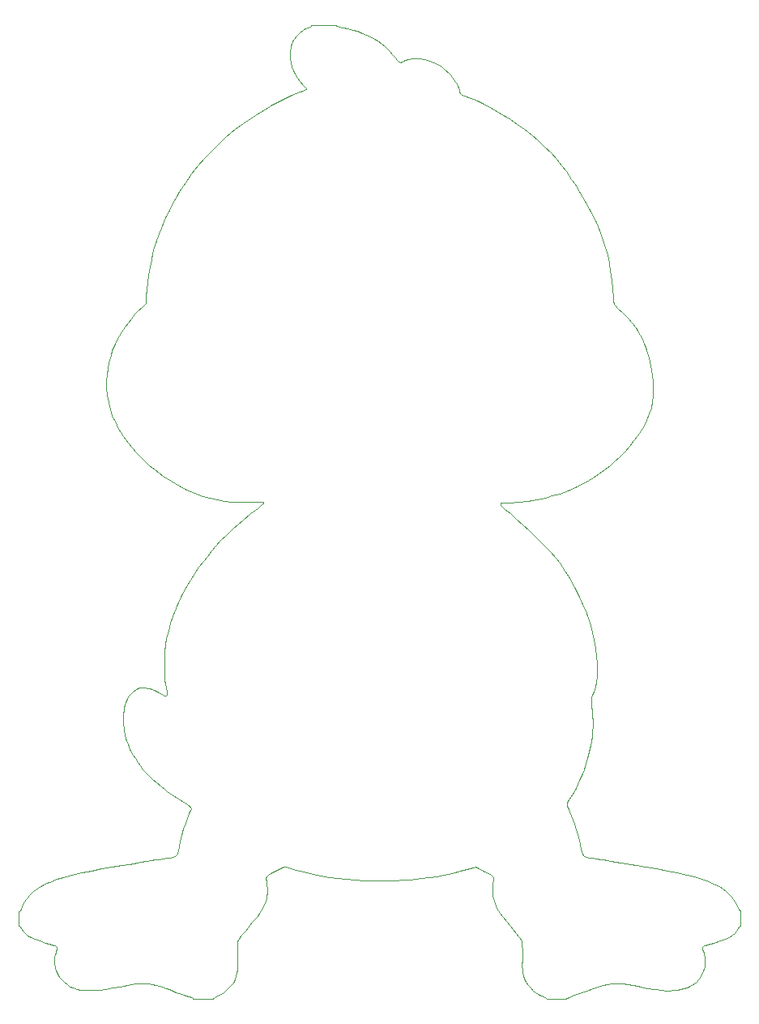
<source format=gbr>
%TF.GenerationSoftware,KiCad,Pcbnew,9.0.6*%
%TF.CreationDate,2025-12-05T08:24:13+01:00*%
%TF.ProjectId,GrumpyDuck,4772756d-7079-4447-9563-6b2e6b696361,rev?*%
%TF.SameCoordinates,Original*%
%TF.FileFunction,Profile,NP*%
%FSLAX46Y46*%
G04 Gerber Fmt 4.6, Leading zero omitted, Abs format (unit mm)*
G04 Created by KiCad (PCBNEW 9.0.6) date 2025-12-05 08:24:13*
%MOMM*%
%LPD*%
G01*
G04 APERTURE LIST*
%TA.AperFunction,Profile*%
%ADD10C,0.100000*%
%TD*%
G04 APERTURE END LIST*
D10*
X105498800Y-93949900D02*
X106006200Y-93407100D01*
X105028100Y-94482500D02*
X105498800Y-93949900D01*
X103073700Y-141236000D02*
X103046200Y-141194000D01*
X103046200Y-141194000D02*
X102966800Y-141147000D01*
X102966800Y-141147000D02*
X102671000Y-141045000D01*
X102671000Y-141045000D02*
X102342700Y-140946000D01*
X102342700Y-140946000D02*
X102119100Y-140860000D01*
X102119100Y-140860000D02*
X101923900Y-140783000D01*
X101923900Y-140783000D02*
X101349900Y-140579000D01*
X101349900Y-140579000D02*
X100657300Y-140304000D01*
X100657300Y-140304000D02*
X100325700Y-140179000D01*
X100325700Y-140179000D02*
X99838600Y-140028000D01*
X99838600Y-140028000D02*
X99296700Y-139880000D01*
X99296700Y-139880000D02*
X98800800Y-139764000D01*
X98800800Y-139764000D02*
X98488400Y-139709000D01*
X98488400Y-139709000D02*
X98178600Y-139675000D01*
X98178600Y-139675000D02*
X97855800Y-139665000D01*
X97855800Y-139665000D02*
X97504200Y-139677000D01*
X97504200Y-139677000D02*
X97108200Y-139715000D01*
X97108200Y-139715000D02*
X96652000Y-139778000D01*
X96652000Y-139778000D02*
X95496400Y-139986000D01*
X95496400Y-139986000D02*
X94688900Y-140135000D01*
X94688900Y-140135000D02*
X93963100Y-140251000D01*
X93963100Y-140251000D02*
X93312500Y-140333000D01*
X93312500Y-140333000D02*
X92730800Y-140382000D01*
X92730800Y-140382000D02*
X92211600Y-140398000D01*
X92211600Y-140398000D02*
X91748500Y-140382000D01*
X91748500Y-140382000D02*
X91335300Y-140334000D01*
X91335300Y-140334000D02*
X90965400Y-140255000D01*
X90965400Y-140255000D02*
X90575300Y-140131000D01*
X90575300Y-140131000D02*
X90240100Y-139983000D01*
X90240100Y-139983000D02*
X89927100Y-139793000D01*
X89927100Y-139793000D02*
X89603900Y-139543000D01*
X89603900Y-139543000D02*
X89332900Y-139288000D01*
X89332900Y-139288000D02*
X89113400Y-139013000D01*
X89113400Y-139013000D02*
X88931600Y-138699000D01*
X88931600Y-138699000D02*
X88773700Y-138326000D01*
X88773700Y-138326000D02*
X88704300Y-138104000D01*
X88704300Y-138104000D02*
X88653500Y-137869000D01*
X88653500Y-137869000D02*
X88621600Y-137626000D01*
X88621600Y-137626000D02*
X88608600Y-137381000D01*
X88608600Y-137381000D02*
X88614500Y-137137000D01*
X88614500Y-137137000D02*
X88639300Y-136899000D01*
X88639300Y-136899000D02*
X88683300Y-136673000D01*
X88683300Y-136673000D02*
X88746400Y-136462000D01*
X88746400Y-136462000D02*
X88815600Y-136258000D01*
X88815600Y-136258000D02*
X88857700Y-136095000D01*
X88857700Y-136095000D02*
X88869800Y-135967000D01*
X88869800Y-135967000D02*
X88849200Y-135866000D01*
X88849200Y-135866000D02*
X88793200Y-135788000D01*
X88793200Y-135788000D02*
X88698900Y-135725000D01*
X88698900Y-135725000D02*
X88563700Y-135671000D01*
X88563700Y-135671000D02*
X88384800Y-135619000D01*
X88384800Y-135619000D02*
X87671600Y-135422000D01*
X87671600Y-135422000D02*
X87067200Y-135231000D01*
X87067200Y-135231000D02*
X86560700Y-135042000D01*
X86560700Y-135042000D02*
X86141300Y-134852000D01*
X86141300Y-134852000D02*
X85837200Y-134663000D01*
X85837200Y-134663000D02*
X85544600Y-134422000D01*
X85544600Y-134422000D02*
X85301700Y-134164000D01*
X85301700Y-134164000D02*
X85210800Y-134040000D01*
X85210800Y-134040000D02*
X85146800Y-133925000D01*
X85146800Y-133925000D02*
X85045700Y-133754000D01*
X85045700Y-133754000D02*
X84996600Y-133701000D01*
X84996600Y-133701000D02*
X84956700Y-133682000D01*
X84956700Y-133682000D02*
X84935100Y-133674000D01*
X84935100Y-133674000D02*
X84917400Y-133647000D01*
X84917400Y-133647000D02*
X84892800Y-133523000D01*
X84892800Y-133523000D02*
X84876300Y-132907000D01*
X84876300Y-132907000D02*
X84892700Y-132295000D01*
X84892700Y-132295000D02*
X84916600Y-132168000D01*
X84916600Y-132168000D02*
X84933400Y-132140000D01*
X84933400Y-132140000D02*
X84953800Y-132131000D01*
X84953800Y-132131000D02*
X84990000Y-132113000D01*
X84990000Y-132113000D02*
X85031300Y-132065000D01*
X85031300Y-132065000D02*
X85108700Y-131907000D01*
X85108700Y-131907000D02*
X85210800Y-131641000D01*
X85210800Y-131641000D02*
X85329900Y-131385000D01*
X85329900Y-131385000D02*
X85465900Y-131139000D01*
X85465900Y-131139000D02*
X85619100Y-130903000D01*
X85619100Y-130903000D02*
X85789500Y-130677000D01*
X85789500Y-130677000D02*
X85977400Y-130460000D01*
X85977400Y-130460000D02*
X86182800Y-130253500D01*
X86182800Y-130253500D02*
X86405900Y-130055900D01*
X86405900Y-130055900D02*
X86646900Y-129867700D01*
X86646900Y-129867700D02*
X86905800Y-129688700D01*
X86905800Y-129688700D02*
X87182800Y-129518800D01*
X87182800Y-129518800D02*
X87478000Y-129357900D01*
X87478000Y-129357900D02*
X87791600Y-129205900D01*
X87791600Y-129205900D02*
X88123700Y-129062600D01*
X88123700Y-129062600D02*
X88844000Y-128802000D01*
X88844000Y-128802000D02*
X89550400Y-128578900D01*
X89550400Y-128578900D02*
X90094300Y-128424700D01*
X90094300Y-128424700D02*
X90684300Y-128285600D01*
X90684300Y-128285600D02*
X91528800Y-128107400D01*
X91528800Y-128107400D02*
X92543100Y-127896600D01*
X92543100Y-127896600D02*
X93550200Y-127696000D01*
X93550200Y-127696000D02*
X94622200Y-127498000D01*
X94622200Y-127498000D02*
X95621400Y-127327200D01*
X95621400Y-127327200D02*
X96409900Y-127208000D01*
X96409900Y-127208000D02*
X96930100Y-127130100D01*
X96930100Y-127130100D02*
X97275000Y-127063800D01*
X97275000Y-127063800D02*
X97632100Y-126996600D01*
X97632100Y-126996600D02*
X98181400Y-126916800D01*
X98181400Y-126916800D02*
X98747100Y-126835900D01*
X98747100Y-126835900D02*
X99143400Y-126766200D01*
X99143400Y-126766200D02*
X99502500Y-126704400D01*
X99502500Y-126704400D02*
X99978700Y-126642700D01*
X99978700Y-126642700D02*
X100403300Y-126590700D01*
X100403300Y-126590700D02*
X100742400Y-126535200D01*
X100742400Y-126535200D02*
X101006100Y-126470900D01*
X101006100Y-126470900D02*
X101204400Y-126392600D01*
X101204400Y-126392600D02*
X101347600Y-126295100D01*
X101347600Y-126295100D02*
X101445800Y-126173100D01*
X101445800Y-126173100D02*
X101509200Y-126021400D01*
X101509200Y-126021400D02*
X101547900Y-125834800D01*
X101547900Y-125834800D02*
X101636100Y-125336900D01*
X101636100Y-125336900D02*
X101764400Y-124764900D01*
X101764400Y-124764900D02*
X101923100Y-124150700D01*
X101923100Y-124150700D02*
X102102600Y-123525900D01*
X102102600Y-123525900D02*
X102293300Y-122922300D01*
X102293300Y-122922300D02*
X102485800Y-122371600D01*
X102485800Y-122371600D02*
X102670400Y-121905700D01*
X102670400Y-121905700D02*
X102837500Y-121556300D01*
X102837500Y-121556300D02*
X102878000Y-121461900D01*
X102878000Y-121461900D02*
X102894800Y-121380600D01*
X102894800Y-121380600D02*
X102847600Y-121282800D01*
X102847600Y-121282800D02*
X102738300Y-121146800D01*
X102738300Y-121146800D02*
X102615200Y-121025900D01*
X102615200Y-121025900D02*
X102526800Y-120973800D01*
X102526800Y-120973800D02*
X102215700Y-120800700D01*
X102215700Y-120800700D02*
X101577300Y-120399500D01*
X101577300Y-120399500D02*
X100886600Y-119946900D01*
X100886600Y-119946900D02*
X100418800Y-119619600D01*
X100418800Y-119619600D02*
X100180000Y-119436500D01*
X100180000Y-119436500D02*
X99681700Y-119060600D01*
X99681700Y-119060600D02*
X99240900Y-118695900D01*
X99240900Y-118695900D02*
X98858200Y-118356200D01*
X98858200Y-118356200D02*
X98500500Y-118012200D01*
X98500500Y-118012200D02*
X98166700Y-117662800D01*
X98166700Y-117662800D02*
X97855700Y-117306700D01*
X97855700Y-117306700D02*
X97566400Y-116942600D01*
X97566400Y-116942600D02*
X97297900Y-116569400D01*
X97297900Y-116569400D02*
X97049100Y-116185700D01*
X97049100Y-116185700D02*
X96818900Y-115790300D01*
X96818900Y-115790300D02*
X96510800Y-115207900D01*
X96510800Y-115207900D02*
X96392900Y-114932200D01*
X96392900Y-114932200D02*
X96272400Y-114651400D01*
X96272400Y-114651400D02*
X96165400Y-114356400D01*
X96165400Y-114356400D02*
X96071800Y-114049500D01*
X96071800Y-114049500D02*
X95992000Y-113733300D01*
X95992000Y-113733300D02*
X95873800Y-113082700D01*
X95873800Y-113082700D02*
X95811700Y-112424000D01*
X95811700Y-112424000D02*
X95806800Y-111776900D01*
X95806800Y-111776900D02*
X95826200Y-111463900D01*
X95826200Y-111463900D02*
X95860200Y-111161100D01*
X95860200Y-111161100D02*
X95908900Y-110871100D01*
X95908900Y-110871100D02*
X95972700Y-110596200D01*
X95972700Y-110596200D02*
X96051400Y-110338900D01*
X96051400Y-110338900D02*
X96145400Y-110101700D01*
X96145400Y-110101700D02*
X96235200Y-109925900D01*
X96235200Y-109925900D02*
X96346800Y-109747300D01*
X96346800Y-109747300D02*
X96615800Y-109403300D01*
X96615800Y-109403300D02*
X96763500Y-109248800D01*
X96763500Y-109248800D02*
X96913700Y-109112900D01*
X96913700Y-109112900D02*
X97061400Y-109001300D01*
X97061400Y-109001300D02*
X97202000Y-108919200D01*
X97202000Y-108919200D02*
X97362900Y-108851400D01*
X97362900Y-108851400D02*
X97524300Y-108815800D01*
X97524300Y-108815800D02*
X97736600Y-108806200D01*
X97736600Y-108806200D02*
X98050200Y-108816700D01*
X98050200Y-108816700D02*
X98363100Y-108837900D01*
X98363100Y-108837900D02*
X98594500Y-108873500D01*
X98594500Y-108873500D02*
X98795400Y-108934700D01*
X98795400Y-108934700D02*
X99016700Y-109032900D01*
X99016700Y-109032900D02*
X99521600Y-109292700D01*
X99521600Y-109292700D02*
X99923100Y-109539300D01*
X99923100Y-109539300D02*
X100076900Y-109609500D01*
X100076900Y-109609500D02*
X100221400Y-109627300D01*
X100221400Y-109627300D02*
X100291000Y-109608100D01*
X100291000Y-109608100D02*
X100335900Y-109567500D01*
X100335900Y-109567500D02*
X100362700Y-109495200D01*
X100362700Y-109495200D02*
X100377800Y-109381000D01*
X100377800Y-109381000D02*
X100363500Y-109138200D01*
X100363500Y-109138200D02*
X100303000Y-108872700D01*
X100303000Y-108872700D02*
X100251500Y-108684800D01*
X100251500Y-108684800D02*
X100207200Y-108456100D01*
X100207200Y-108456100D02*
X100140200Y-107895300D01*
X100140200Y-107895300D02*
X100101700Y-107227900D01*
X100101700Y-107227900D02*
X100091600Y-106491900D01*
X100091600Y-106491900D02*
X100109700Y-105725000D01*
X100109700Y-105725000D02*
X100155700Y-104965100D01*
X100155700Y-104965100D02*
X100229500Y-104249900D01*
X100229500Y-104249900D02*
X100330800Y-103617200D01*
X100330800Y-103617200D02*
X100507400Y-102839900D01*
X100507400Y-102839900D02*
X100726100Y-102032400D01*
X100726100Y-102032400D02*
X100947500Y-101329800D01*
X100947500Y-101329800D02*
X101046800Y-101060000D01*
X101046800Y-101060000D02*
X101132100Y-100867100D01*
X101132100Y-100867100D02*
X101285400Y-100479300D01*
X101285400Y-100479300D02*
X101369900Y-100249400D01*
X101369900Y-100249400D02*
X101465800Y-100031800D01*
X101465800Y-100031800D02*
X101910000Y-99136800D01*
X101910000Y-99136800D02*
X102386900Y-98220600D01*
X102386900Y-98220600D02*
X102799100Y-97525900D01*
X102799100Y-97525900D02*
X103268800Y-96816000D01*
X103268800Y-96816000D02*
X103714400Y-96171900D01*
X103714400Y-96171900D02*
X104148100Y-95578400D01*
X104148100Y-95578400D02*
X104581900Y-95020400D01*
X104581900Y-95020400D02*
X105028100Y-94482500D01*
X106006200Y-93407100D02*
X106562500Y-92839200D01*
X106562500Y-92839200D02*
X107342900Y-92094100D01*
X107342900Y-92094100D02*
X108221500Y-91313100D01*
X108221500Y-91313100D02*
X109084900Y-90593900D01*
X109084900Y-90593900D02*
X109819500Y-90034200D01*
X109819500Y-90034200D02*
X110185400Y-89767000D01*
X110185400Y-89767000D02*
X110402800Y-89585300D01*
X110402800Y-89585300D02*
X110461700Y-89520700D01*
X110461700Y-89520700D02*
X110490500Y-89470500D01*
X110490500Y-89470500D02*
X110491700Y-89432400D01*
X110491700Y-89432400D02*
X110467700Y-89404100D01*
X110467700Y-89404100D02*
X110348700Y-89383000D01*
X110348700Y-89383000D02*
X110083100Y-89372500D01*
X110083100Y-89372500D02*
X109189400Y-89384700D01*
X109189400Y-89384700D02*
X108184900Y-89398900D01*
X108184900Y-89398900D02*
X107269700Y-89371500D01*
X107269700Y-89371500D02*
X106422200Y-89298400D01*
X106422200Y-89298400D02*
X105620800Y-89175700D01*
X105620800Y-89175700D02*
X104844200Y-88999200D01*
X104844200Y-88999200D02*
X104070700Y-88764700D01*
X104070700Y-88764700D02*
X103278900Y-88468400D01*
X103278900Y-88468400D02*
X102447400Y-88106000D01*
X102447400Y-88106000D02*
X101623000Y-87693900D01*
X101623000Y-87693900D02*
X100800100Y-87218700D01*
X100800100Y-87218700D02*
X99963500Y-86671000D01*
X99963500Y-86671000D02*
X99098100Y-86041400D01*
X99098100Y-86041400D02*
X98550200Y-85564300D01*
X98550200Y-85564300D02*
X97787500Y-84839500D01*
X97787500Y-84839500D02*
X97062800Y-84113700D01*
X97062800Y-84113700D02*
X96793700Y-83827500D01*
X96793700Y-83827500D02*
X96629000Y-83633500D01*
X96629000Y-83633500D02*
X96061800Y-82872100D01*
X96061800Y-82872100D02*
X95803600Y-82510600D01*
X95803600Y-82510600D02*
X95560600Y-82138300D01*
X95560600Y-82138300D02*
X95332900Y-81755400D01*
X95332900Y-81755400D02*
X95120400Y-81362000D01*
X95120400Y-81362000D02*
X94923200Y-80958000D01*
X94923200Y-80958000D02*
X94741400Y-80543500D01*
X94741400Y-80543500D02*
X94574900Y-80118600D01*
X94574900Y-80118600D02*
X94423700Y-79683300D01*
X94423700Y-79683300D02*
X94335400Y-79371600D01*
X94335400Y-79371600D02*
X94253400Y-79005600D01*
X94253400Y-79005600D02*
X94118100Y-78184400D01*
X94118100Y-78184400D02*
X94037300Y-77367600D01*
X94037300Y-77367600D02*
X94023400Y-77007100D01*
X94023400Y-77007100D02*
X94030500Y-76703200D01*
X94030500Y-76703200D02*
X94086800Y-76119600D01*
X94086800Y-76119600D02*
X94173900Y-75434700D01*
X94173900Y-75434700D02*
X94263600Y-74849000D01*
X94263600Y-74849000D02*
X94328300Y-74563100D01*
X94328300Y-74563100D02*
X94506800Y-74038000D01*
X94506800Y-74038000D02*
X94649000Y-73591200D01*
X94649000Y-73591200D02*
X94780800Y-73230500D01*
X94780800Y-73230500D02*
X94932400Y-72880400D01*
X94932400Y-72880400D02*
X95134000Y-72465100D01*
X95134000Y-72465100D02*
X95360900Y-72046000D01*
X95360900Y-72046000D02*
X95634200Y-71599300D01*
X95634200Y-71599300D02*
X95944300Y-71137400D01*
X95944300Y-71137400D02*
X96281900Y-70672900D01*
X96281900Y-70672900D02*
X96637700Y-70218100D01*
X96637700Y-70218100D02*
X97002200Y-69785500D01*
X97002200Y-69785500D02*
X97366100Y-69387400D01*
X97366100Y-69387400D02*
X97720100Y-69036400D01*
X97720100Y-69036400D02*
X98166700Y-68618800D01*
X98166700Y-68618800D02*
X98205500Y-67873000D01*
X98205500Y-67873000D02*
X98257300Y-67180400D01*
X98257300Y-67180400D02*
X98341100Y-66427900D01*
X98341100Y-66427900D02*
X98451700Y-65644500D01*
X98451700Y-65644500D02*
X98583700Y-64859900D01*
X98583700Y-64859900D02*
X98731800Y-64103200D01*
X98731800Y-64103200D02*
X98890700Y-63403800D01*
X98890700Y-63403800D02*
X99055000Y-62791100D01*
X99055000Y-62791100D02*
X99219300Y-62294400D01*
X99219300Y-62294400D02*
X99284600Y-62099600D01*
X99284600Y-62099600D02*
X99314400Y-61966300D01*
X99314400Y-61966300D02*
X99351700Y-61833000D01*
X99351700Y-61833000D02*
X99434300Y-61638100D01*
X99434300Y-61638100D02*
X99551600Y-61353400D01*
X99551600Y-61353400D02*
X99762700Y-60773000D01*
X99762700Y-60773000D02*
X100028000Y-60127300D01*
X100028000Y-60127300D02*
X100243900Y-59669200D01*
X100243900Y-59669200D02*
X100598100Y-58925600D01*
X100598100Y-58925600D02*
X100983000Y-58168900D01*
X100983000Y-58168900D02*
X101354500Y-57483700D01*
X101354500Y-57483700D02*
X101668000Y-56954500D01*
X101668000Y-56954500D02*
X102300000Y-56000000D01*
X102300000Y-56000000D02*
X102940500Y-55107700D01*
X102940500Y-55107700D02*
X103599000Y-54267000D01*
X103599000Y-54267000D02*
X104284800Y-53467400D01*
X104284800Y-53467400D02*
X105007400Y-52698700D01*
X105007400Y-52698700D02*
X105776000Y-51950300D01*
X105776000Y-51950300D02*
X106600000Y-51211700D01*
X106600000Y-51211700D02*
X107488900Y-50472600D01*
X107488900Y-50472600D02*
X108104600Y-50000200D01*
X108104600Y-50000200D02*
X109099900Y-49302200D01*
X109099900Y-49302200D02*
X109598800Y-48976400D01*
X109598800Y-48976400D02*
X110257600Y-48565700D01*
X110257600Y-48565700D02*
X110841900Y-48213800D01*
X110841900Y-48213800D02*
X111117500Y-48064600D01*
X111117500Y-48064600D02*
X111243100Y-47981000D01*
X111243100Y-47981000D02*
X111571600Y-47783200D01*
X111571600Y-47783200D02*
X112189500Y-47459600D01*
X112189500Y-47459600D02*
X112873100Y-47123400D01*
X112873100Y-47123400D02*
X113399000Y-46888000D01*
X113399000Y-46888000D02*
X114280100Y-46574200D01*
X114280100Y-46574200D02*
X114625200Y-46446900D01*
X114625200Y-46446900D02*
X114841400Y-46335200D01*
X114841400Y-46335200D02*
X114907600Y-46271400D01*
X114907600Y-46271400D02*
X114917300Y-46240000D01*
X114917300Y-46240000D02*
X114908400Y-46202100D01*
X114908400Y-46202100D02*
X114825300Y-46085600D01*
X114825300Y-46085600D02*
X114639700Y-45879800D01*
X114639700Y-45879800D02*
X114296500Y-45482600D01*
X114296500Y-45482600D02*
X114002900Y-45090700D01*
X114002900Y-45090700D02*
X113757700Y-44701400D01*
X113757700Y-44701400D02*
X113559800Y-44312100D01*
X113559800Y-44312100D02*
X113407900Y-43920100D01*
X113407900Y-43920100D02*
X113300900Y-43522800D01*
X113300900Y-43522800D02*
X113237500Y-43117600D01*
X113237500Y-43117600D02*
X113216700Y-42701800D01*
X113216700Y-42701800D02*
X113224900Y-42452600D01*
X113224900Y-42452600D02*
X113249200Y-42210600D01*
X113249200Y-42210600D02*
X113289400Y-41976100D01*
X113289400Y-41976100D02*
X113345000Y-41749800D01*
X113345000Y-41749800D02*
X113415800Y-41532200D01*
X113415800Y-41532200D02*
X113501400Y-41323700D01*
X113501400Y-41323700D02*
X113601400Y-41125000D01*
X113601400Y-41125000D02*
X113715500Y-40936400D01*
X113715500Y-40936400D02*
X113843400Y-40758600D01*
X113843400Y-40758600D02*
X113984800Y-40592000D01*
X113984800Y-40592000D02*
X114139300Y-40437100D01*
X114139300Y-40437100D02*
X114306500Y-40294510D01*
X114306500Y-40294510D02*
X114486100Y-40164690D01*
X114486100Y-40164690D02*
X114677800Y-40048160D01*
X114677800Y-40048160D02*
X114881200Y-39945430D01*
X114881200Y-39945430D02*
X115096100Y-39857030D01*
X115096100Y-39857030D02*
X115344500Y-39744500D01*
X115344500Y-39744500D02*
X115416700Y-39695060D01*
X115416700Y-39695060D02*
X115439100Y-39658840D01*
X115439100Y-39658840D02*
X115453600Y-39642390D01*
X115453600Y-39642390D02*
X115506500Y-39628480D01*
X115506500Y-39628480D02*
X115735500Y-39607830D01*
X115735500Y-39607830D02*
X116745200Y-39592330D01*
X116745200Y-39592330D02*
X117824800Y-39608970D01*
X117824800Y-39608970D02*
X118045100Y-39635390D01*
X118045100Y-39635390D02*
X118101600Y-39654760D01*
X118101600Y-39654760D02*
X118132400Y-39678860D01*
X118132400Y-39678860D02*
X118201600Y-39720570D01*
X118201600Y-39720570D02*
X118341300Y-39768280D01*
X118341300Y-39768280D02*
X118764000Y-39862040D01*
X118764000Y-39862040D02*
X119268500Y-39962240D01*
X119268500Y-39962240D02*
X119774400Y-40089520D01*
X119774400Y-40089520D02*
X120273900Y-40240920D01*
X120273900Y-40240920D02*
X120759400Y-40413500D01*
X120759400Y-40413500D02*
X121222900Y-40604200D01*
X121222900Y-40604200D02*
X121656900Y-40810100D01*
X121656900Y-40810100D02*
X122053500Y-41028300D01*
X122053500Y-41028300D02*
X122404900Y-41255700D01*
X122404900Y-41255700D02*
X122822500Y-41546000D01*
X122822500Y-41546000D02*
X123116300Y-41802800D01*
X123116300Y-41802800D02*
X123576400Y-42251500D01*
X123576400Y-42251500D02*
X124025800Y-42714400D01*
X124025800Y-42714400D02*
X124287400Y-43014200D01*
X124287400Y-43014200D02*
X124454800Y-43250000D01*
X124454800Y-43250000D02*
X124574900Y-43388600D01*
X124574900Y-43388600D02*
X124673400Y-43454000D01*
X124673400Y-43454000D02*
X124776200Y-43470500D01*
X124776200Y-43470500D02*
X124913300Y-43445500D01*
X124913300Y-43445500D02*
X125025400Y-43385500D01*
X125025400Y-43385500D02*
X125104300Y-43338500D01*
X125104300Y-43338500D02*
X125236500Y-43285500D01*
X125236500Y-43285500D02*
X125601600Y-43176500D01*
X125601600Y-43176500D02*
X126002500Y-43088800D01*
X126002500Y-43088800D02*
X126321100Y-43052800D01*
X126321100Y-43052800D02*
X126510700Y-43063500D01*
X126510700Y-43063500D02*
X126746800Y-43093000D01*
X126746800Y-43093000D02*
X127296400Y-43195600D01*
X127296400Y-43195600D02*
X127845600Y-43333200D01*
X127845600Y-43333200D02*
X128270400Y-43478900D01*
X128270400Y-43478900D02*
X128675000Y-43681600D01*
X128675000Y-43681600D02*
X129065300Y-43929500D01*
X129065300Y-43929500D02*
X129445700Y-44225900D01*
X129445700Y-44225900D02*
X129820800Y-44574000D01*
X129820800Y-44574000D02*
X130027600Y-44794000D01*
X130027600Y-44794000D02*
X130218500Y-45022400D01*
X130218500Y-45022400D02*
X130391400Y-45255700D01*
X130391400Y-45255700D02*
X130544100Y-45490300D01*
X130544100Y-45490300D02*
X130674600Y-45722700D01*
X130674600Y-45722700D02*
X130780600Y-45949400D01*
X130780600Y-45949400D02*
X130860000Y-46166900D01*
X130860000Y-46166900D02*
X130910700Y-46371500D01*
X130910700Y-46371500D02*
X130956500Y-46573900D01*
X130956500Y-46573900D02*
X131014600Y-46709000D01*
X131014600Y-46709000D02*
X131097600Y-46796600D01*
X131097600Y-46796600D02*
X131217900Y-46856500D01*
X131217900Y-46856500D02*
X132363500Y-47295100D01*
X132363500Y-47295100D02*
X132808800Y-47488800D01*
X132808800Y-47488800D02*
X133321800Y-47728600D01*
X133321800Y-47728600D02*
X134438200Y-48329900D01*
X134438200Y-48329900D02*
X135530900Y-48962500D01*
X135530900Y-48962500D02*
X135882100Y-49176900D01*
X135882100Y-49176900D02*
X136274800Y-49431400D01*
X136274800Y-49431400D02*
X136967700Y-49909400D01*
X136967700Y-49909400D02*
X137727600Y-50456800D01*
X137727600Y-50456800D02*
X138465500Y-51036300D01*
X138465500Y-51036300D02*
X139175200Y-51642300D01*
X139175200Y-51642300D02*
X139850900Y-52268800D01*
X139850900Y-52268800D02*
X140486600Y-52910200D01*
X140486600Y-52910200D02*
X141076300Y-53560600D01*
X141076300Y-53560600D02*
X141614100Y-54214300D01*
X141614100Y-54214300D02*
X142094000Y-54865500D01*
X142094000Y-54865500D02*
X142392300Y-55280200D01*
X142392300Y-55280200D02*
X142661400Y-55658800D01*
X142661400Y-55658800D02*
X143036600Y-56238500D01*
X143036600Y-56238500D02*
X143568100Y-57094600D01*
X143568100Y-57094600D02*
X144056500Y-57947000D01*
X144056500Y-57947000D02*
X144579200Y-58937100D01*
X144579200Y-58937100D02*
X145213700Y-60206200D01*
X145213700Y-60206200D02*
X145378300Y-60594000D01*
X145378300Y-60594000D02*
X145641400Y-61250300D01*
X145641400Y-61250300D02*
X145940200Y-62007800D01*
X145940200Y-62007800D02*
X146193500Y-62773200D01*
X146193500Y-62773200D02*
X146407400Y-63567800D01*
X146407400Y-63567800D02*
X146588300Y-64412500D01*
X146588300Y-64412500D02*
X146722800Y-65223400D01*
X146722800Y-65223400D02*
X146851500Y-66176200D01*
X146851500Y-66176200D02*
X146957600Y-67134700D01*
X146957600Y-67134700D02*
X147024400Y-67962500D01*
X147024400Y-67962500D02*
X147070800Y-68463100D01*
X147070800Y-68463100D02*
X147100000Y-68644200D01*
X147100000Y-68644200D02*
X147128800Y-68745100D01*
X147128800Y-68745100D02*
X147263300Y-68908900D01*
X147263300Y-68908900D02*
X147493500Y-69125700D01*
X147493500Y-69125700D02*
X148051300Y-69628900D01*
X148051300Y-69628900D02*
X148556600Y-70141700D01*
X148556600Y-70141700D02*
X149001000Y-70654600D01*
X149001000Y-70654600D02*
X149375500Y-71158300D01*
X149375500Y-71158300D02*
X149591000Y-71513600D01*
X149591000Y-71513600D02*
X149846200Y-71980000D01*
X149846200Y-71980000D02*
X150059400Y-72402300D01*
X150059400Y-72402300D02*
X150148600Y-72625300D01*
X150148600Y-72625300D02*
X150263400Y-72910700D01*
X150263400Y-72910700D02*
X150387700Y-73199700D01*
X150387700Y-73199700D02*
X150511000Y-73537100D01*
X150511000Y-73537100D02*
X150745400Y-74321400D01*
X150745400Y-74321400D02*
X150947700Y-75192300D01*
X150947700Y-75192300D02*
X151099100Y-76078500D01*
X151099100Y-76078500D02*
X151182300Y-76848100D01*
X151182300Y-76848100D02*
X151212700Y-77574600D01*
X151212700Y-77574600D02*
X151189000Y-78265400D01*
X151189000Y-78265400D02*
X151109900Y-78928100D01*
X151109900Y-78928100D02*
X150974400Y-79570100D01*
X150974400Y-79570100D02*
X150781000Y-80198800D01*
X150781000Y-80198800D02*
X150528700Y-80821800D01*
X150528700Y-80821800D02*
X150216100Y-81446500D01*
X150216100Y-81446500D02*
X149936300Y-81908200D01*
X149936300Y-81908200D02*
X149576200Y-82423700D01*
X149576200Y-82423700D02*
X149152300Y-82973600D01*
X149152300Y-82973600D02*
X148681300Y-83538700D01*
X148681300Y-83538700D02*
X148179800Y-84099800D01*
X148179800Y-84099800D02*
X147664300Y-84637700D01*
X147664300Y-84637700D02*
X147151600Y-85133100D01*
X147151600Y-85133100D02*
X146658200Y-85566700D01*
X146658200Y-85566700D02*
X146088500Y-86018900D01*
X146088500Y-86018900D02*
X145498300Y-86453400D01*
X145498300Y-86453400D02*
X144951800Y-86824700D01*
X144951800Y-86824700D02*
X144513300Y-87087100D01*
X144513300Y-87087100D02*
X144033000Y-87351000D01*
X144033000Y-87351000D02*
X143629700Y-87567700D01*
X143629700Y-87567700D02*
X143202400Y-87779800D01*
X143202400Y-87779800D02*
X142310300Y-88175800D01*
X142310300Y-88175800D02*
X141426300Y-88510300D01*
X141426300Y-88510300D02*
X141009000Y-88645500D01*
X141009000Y-88645500D02*
X140619900Y-88754700D01*
X140619900Y-88754700D02*
X140131500Y-88900500D01*
X140131500Y-88900500D02*
X139909500Y-88960300D01*
X139909500Y-88960300D02*
X139457700Y-89053600D01*
X139457700Y-89053600D02*
X138564700Y-89228600D01*
X138564700Y-89228600D02*
X138033200Y-89294800D01*
X138033200Y-89294800D02*
X137139500Y-89375000D01*
X137139500Y-89375000D02*
X136211100Y-89442700D01*
X136211100Y-89442700D02*
X135575700Y-89471200D01*
X135575700Y-89471200D02*
X135386500Y-89474700D01*
X135386500Y-89474700D02*
X135283600Y-89492300D01*
X135283600Y-89492300D02*
X135241000Y-89534900D01*
X135241000Y-89534900D02*
X135232600Y-89613100D01*
X135232600Y-89613100D02*
X135257100Y-89699300D01*
X135257100Y-89699300D02*
X135336700Y-89808000D01*
X135336700Y-89808000D02*
X135481200Y-89949700D01*
X135481200Y-89949700D02*
X135700100Y-90135100D01*
X135700100Y-90135100D02*
X136268400Y-90611100D01*
X136268400Y-90611100D02*
X136902100Y-91164900D01*
X136902100Y-91164900D02*
X138245600Y-92393700D01*
X138245600Y-92393700D02*
X139490200Y-93595500D01*
X139490200Y-93595500D02*
X140000200Y-94115700D01*
X140000200Y-94115700D02*
X140395300Y-94544400D01*
X140395300Y-94544400D02*
X140985800Y-95216900D01*
X140985800Y-95216900D02*
X141433300Y-95761000D01*
X141433300Y-95761000D02*
X141982400Y-96580100D01*
X141982400Y-96580100D02*
X142504000Y-97402500D01*
X142504000Y-97402500D02*
X142747300Y-97827500D01*
X142747300Y-97827500D02*
X142988800Y-98280900D01*
X142988800Y-98280900D02*
X143496200Y-99330300D01*
X143496200Y-99330300D02*
X144085300Y-100665700D01*
X144085300Y-100665700D02*
X144195900Y-100943200D01*
X144195900Y-100943200D02*
X144241900Y-101097100D01*
X144241900Y-101097100D02*
X144284200Y-101253600D01*
X144284200Y-101253600D02*
X144385800Y-101537100D01*
X144385800Y-101537100D02*
X144625900Y-102234600D01*
X144625900Y-102234600D02*
X144838100Y-102997600D01*
X144838100Y-102997600D02*
X145018800Y-103802500D01*
X145018800Y-103802500D02*
X145164400Y-104625700D01*
X145164400Y-104625700D02*
X145271300Y-105443700D01*
X145271300Y-105443700D02*
X145335700Y-106232900D01*
X145335700Y-106232900D02*
X145354200Y-106969700D01*
X145354200Y-106969700D02*
X145323000Y-107630400D01*
X145323000Y-107630400D02*
X145251600Y-108195400D01*
X145251600Y-108195400D02*
X145147800Y-108715800D01*
X145147800Y-108715800D02*
X145015400Y-109177000D01*
X145015400Y-109177000D02*
X144857900Y-109564200D01*
X144857900Y-109564200D02*
X144752800Y-109810700D01*
X144752800Y-109810700D02*
X144722600Y-109923400D01*
X144722600Y-109923400D02*
X144706500Y-110041100D01*
X144706500Y-110041100D02*
X144713600Y-110327300D01*
X144713600Y-110327300D02*
X144768600Y-110741400D01*
X144768600Y-110741400D02*
X144829300Y-111225000D01*
X144829300Y-111225000D02*
X144868200Y-111734300D01*
X144868200Y-111734300D02*
X144885400Y-112260400D01*
X144885400Y-112260400D02*
X144881200Y-112794400D01*
X144881200Y-112794400D02*
X144855900Y-113327200D01*
X144855900Y-113327200D02*
X144809700Y-113849800D01*
X144809700Y-113849800D02*
X144742900Y-114353200D01*
X144742900Y-114353200D02*
X144655700Y-114828400D01*
X144655700Y-114828400D02*
X144507900Y-115474500D01*
X144507900Y-115474500D02*
X144342200Y-116122800D01*
X144342200Y-116122800D02*
X144183900Y-116678700D01*
X144183900Y-116678700D02*
X144058800Y-117047000D01*
X144058800Y-117047000D02*
X143977400Y-117264600D01*
X143977400Y-117264600D02*
X143943600Y-117395000D01*
X143943600Y-117395000D02*
X143909900Y-117529900D01*
X143909900Y-117529900D02*
X143817400Y-117770200D01*
X143817400Y-117770200D02*
X143508400Y-118457400D01*
X143508400Y-118457400D02*
X143121200Y-119236500D01*
X143121200Y-119236500D02*
X142760200Y-119887400D01*
X142760200Y-119887400D02*
X142398300Y-120482600D01*
X142398300Y-120482600D02*
X142229700Y-120790700D01*
X142229700Y-120790700D02*
X142198500Y-120881500D01*
X142198500Y-120881500D02*
X142192300Y-120953800D01*
X142192300Y-120953800D02*
X142224200Y-121113500D01*
X142224200Y-121113500D02*
X142285700Y-121323800D01*
X142285700Y-121323800D02*
X142355500Y-121480900D01*
X142355500Y-121480900D02*
X142466200Y-121710800D01*
X142466200Y-121710800D02*
X142635800Y-122117700D01*
X142635800Y-122117700D02*
X142978300Y-123032200D01*
X142978300Y-123032200D02*
X143161600Y-123589700D01*
X143161600Y-123589700D02*
X143297600Y-124069200D01*
X143297600Y-124069200D02*
X143441300Y-124686400D01*
X143441300Y-124686400D02*
X143647900Y-125657400D01*
X143647900Y-125657400D02*
X143708600Y-125917400D01*
X143708600Y-125917400D02*
X143778500Y-126119300D01*
X143778500Y-126119300D02*
X143873000Y-126272600D01*
X143873000Y-126272600D02*
X144007500Y-126386900D01*
X144007500Y-126386900D02*
X144197600Y-126471600D01*
X144197600Y-126471600D02*
X144458800Y-126536300D01*
X144458800Y-126536300D02*
X144806500Y-126590300D01*
X144806500Y-126590300D02*
X145256200Y-126643300D01*
X145256200Y-126643300D02*
X145717800Y-126703300D01*
X145717800Y-126703300D02*
X146031800Y-126760200D01*
X146031800Y-126760200D02*
X146337000Y-126818200D01*
X146337000Y-126818200D02*
X146777600Y-126880900D01*
X146777600Y-126880900D02*
X147762100Y-127033300D01*
X147762100Y-127033300D02*
X148885000Y-127208000D01*
X148885000Y-127208000D02*
X149376800Y-127279500D01*
X149376800Y-127279500D02*
X149610800Y-127327500D01*
X149610800Y-127327500D02*
X149862500Y-127383500D01*
X149862500Y-127383500D02*
X150397100Y-127474500D01*
X150397100Y-127474500D02*
X151544600Y-127670000D01*
X151544600Y-127670000D02*
X152684300Y-127898200D01*
X152684300Y-127898200D02*
X153668800Y-128101900D01*
X153668800Y-128101900D02*
X154750400Y-128331700D01*
X154750400Y-128331700D02*
X155488500Y-128520300D01*
X155488500Y-128520300D02*
X156519900Y-128842400D01*
X156519900Y-128842400D02*
X157039800Y-129027600D01*
X157039800Y-129027600D02*
X157308300Y-129148300D01*
X157308300Y-129148300D02*
X157660400Y-129312100D01*
X157660400Y-129312100D02*
X158081900Y-129549100D01*
X158081900Y-129549100D02*
X158499100Y-129815300D01*
X158499100Y-129815300D02*
X158839100Y-130066500D01*
X158839100Y-130066500D02*
X159046100Y-130249600D01*
X159046100Y-130249600D02*
X159240100Y-130447000D01*
X159240100Y-130447000D02*
X159422100Y-130658000D01*
X159422100Y-130658000D02*
X159592100Y-130883000D01*
X159592100Y-130883000D02*
X159748100Y-131121000D01*
X159748100Y-131121000D02*
X159892100Y-131372000D01*
X159892100Y-131372000D02*
X160023100Y-131636000D01*
X160023100Y-131636000D02*
X160140100Y-131911000D01*
X160140100Y-131911000D02*
X160221100Y-132061000D01*
X160221100Y-132061000D02*
X160259100Y-132098000D01*
X160259100Y-132098000D02*
X160290100Y-132102000D01*
X160290100Y-132102000D02*
X160304100Y-132106000D01*
X160304100Y-132106000D02*
X160317100Y-132137000D01*
X160317100Y-132137000D02*
X160336100Y-132277000D01*
X160336100Y-132277000D02*
X160351100Y-132873000D01*
X160351100Y-132873000D02*
X160335100Y-133517000D01*
X160335100Y-133517000D02*
X160310100Y-133646000D01*
X160310100Y-133646000D02*
X160292100Y-133674000D01*
X160292100Y-133674000D02*
X160271100Y-133682000D01*
X160271100Y-133682000D02*
X160231100Y-133700000D01*
X160231100Y-133700000D02*
X160184100Y-133748000D01*
X160184100Y-133748000D02*
X160088100Y-133906000D01*
X160088100Y-133906000D02*
X159938100Y-134168000D01*
X159938100Y-134168000D02*
X159732100Y-134407000D01*
X159732100Y-134407000D02*
X159462100Y-134628000D01*
X159462100Y-134628000D02*
X159119100Y-134835000D01*
X159119100Y-134835000D02*
X158695100Y-135034000D01*
X158695100Y-135034000D02*
X158179600Y-135227000D01*
X158179600Y-135227000D02*
X157565200Y-135421000D01*
X157565200Y-135421000D02*
X156842700Y-135619000D01*
X156842700Y-135619000D02*
X156663300Y-135671000D01*
X156663300Y-135671000D02*
X156527500Y-135727000D01*
X156527500Y-135727000D02*
X156432700Y-135792000D01*
X156432700Y-135792000D02*
X156376400Y-135872000D01*
X156376400Y-135872000D02*
X156356000Y-135974000D01*
X156356000Y-135974000D02*
X156369100Y-136104000D01*
X156369100Y-136104000D02*
X156413000Y-136267000D01*
X156413000Y-136267000D02*
X156485200Y-136469000D01*
X156485200Y-136469000D02*
X156549300Y-136676000D01*
X156549300Y-136676000D02*
X156593500Y-136905000D01*
X156593500Y-136905000D02*
X156618100Y-137148000D01*
X156618100Y-137148000D02*
X156623000Y-137400000D01*
X156623000Y-137400000D02*
X156608600Y-137653000D01*
X156608600Y-137653000D02*
X156574800Y-137902000D01*
X156574800Y-137902000D02*
X156521900Y-138139000D01*
X156521900Y-138139000D02*
X156449800Y-138358000D01*
X156449800Y-138358000D02*
X156336000Y-138620000D01*
X156336000Y-138620000D02*
X156206700Y-138861000D01*
X156206700Y-138861000D02*
X156061000Y-139084000D01*
X156061000Y-139084000D02*
X155897700Y-139288000D01*
X155897700Y-139288000D02*
X155715800Y-139475000D01*
X155715800Y-139475000D02*
X155514100Y-139647000D01*
X155514100Y-139647000D02*
X155291700Y-139805000D01*
X155291700Y-139805000D02*
X155047400Y-139949000D01*
X155047400Y-139949000D02*
X154760800Y-140082000D01*
X154760800Y-140082000D02*
X154432400Y-140195000D01*
X154432400Y-140195000D02*
X154071700Y-140286000D01*
X154071700Y-140286000D02*
X153688200Y-140354000D01*
X153688200Y-140354000D02*
X153291500Y-140399000D01*
X153291500Y-140399000D02*
X152891100Y-140417000D01*
X152891100Y-140417000D02*
X152496600Y-140409000D01*
X152496600Y-140409000D02*
X152117500Y-140373000D01*
X152117500Y-140373000D02*
X150589700Y-140148000D01*
X150589700Y-140148000D02*
X150121600Y-140067000D01*
X150121600Y-140067000D02*
X149880100Y-140013000D01*
X149880100Y-140013000D02*
X149561000Y-139943000D01*
X149561000Y-139943000D02*
X149044800Y-139857000D01*
X149044800Y-139857000D02*
X148030600Y-139706000D01*
X148030600Y-139706000D02*
X147655500Y-139665000D01*
X147655500Y-139665000D02*
X147269500Y-139659000D01*
X147269500Y-139659000D02*
X146864500Y-139689000D01*
X146864500Y-139689000D02*
X146432400Y-139756000D01*
X146432400Y-139756000D02*
X145965100Y-139861000D01*
X145965100Y-139861000D02*
X145454600Y-140008000D01*
X145454600Y-140008000D02*
X144892900Y-140196000D01*
X144892900Y-140196000D02*
X144271700Y-140428000D01*
X144271700Y-140428000D02*
X142974700Y-140892000D01*
X142974700Y-140892000D02*
X142390000Y-141112000D01*
X142390000Y-141112000D02*
X142217100Y-141194000D01*
X142217100Y-141194000D02*
X142154300Y-141245000D01*
X142154300Y-141245000D02*
X142141800Y-141264000D01*
X142141800Y-141264000D02*
X142102600Y-141280000D01*
X142102600Y-141280000D02*
X141929900Y-141303000D01*
X141929900Y-141303000D02*
X141109600Y-141319000D01*
X141109600Y-141319000D02*
X140362000Y-141303000D01*
X140362000Y-141303000D02*
X140144000Y-141286000D01*
X140144000Y-141286000D02*
X140065500Y-141264000D01*
X140065500Y-141264000D02*
X140023700Y-141221000D01*
X140023700Y-141221000D02*
X139909900Y-141146000D01*
X139909900Y-141146000D02*
X139535900Y-140942000D01*
X139535900Y-140942000D02*
X139173600Y-140753000D01*
X139173600Y-140753000D02*
X138919900Y-140595000D01*
X138919900Y-140595000D02*
X138688700Y-140406000D01*
X138688700Y-140406000D02*
X138394100Y-140126000D01*
X138394100Y-140126000D02*
X138124400Y-139834000D01*
X138124400Y-139834000D02*
X137916700Y-139540000D01*
X137916700Y-139540000D02*
X137753300Y-139212000D01*
X137753300Y-139212000D02*
X137616200Y-138822000D01*
X137616200Y-138822000D02*
X137544300Y-138548000D01*
X137544300Y-138548000D02*
X137508500Y-138259000D01*
X137508500Y-138259000D02*
X137501000Y-137826000D01*
X137501000Y-137826000D02*
X137514200Y-137121000D01*
X137514200Y-137121000D02*
X137522700Y-136247000D01*
X137522700Y-136247000D02*
X137495700Y-135636000D01*
X137495700Y-135636000D02*
X137467000Y-135410000D01*
X137467000Y-135410000D02*
X137427100Y-135225000D01*
X137427100Y-135225000D02*
X137375400Y-135074000D01*
X137375400Y-135074000D02*
X137311000Y-134949000D01*
X137311000Y-134949000D02*
X137158800Y-134732000D01*
X137158800Y-134732000D02*
X136892700Y-134397000D01*
X136892700Y-134397000D02*
X135927400Y-133259000D01*
X135927400Y-133259000D02*
X135396500Y-132618000D01*
X135396500Y-132618000D02*
X135192900Y-132344000D01*
X135192900Y-132344000D02*
X135022300Y-132089000D01*
X135022300Y-132089000D02*
X134878600Y-131842000D01*
X134878600Y-131842000D02*
X134755600Y-131595000D01*
X134755600Y-131595000D02*
X134647300Y-131336000D01*
X134647300Y-131336000D02*
X134547500Y-131057000D01*
X134547500Y-131057000D02*
X134470600Y-130800000D01*
X134470600Y-130800000D02*
X134425200Y-130557000D01*
X134425200Y-130557000D02*
X134403500Y-130269500D01*
X134403500Y-130269500D02*
X134397800Y-129875200D01*
X134397800Y-129875200D02*
X134417100Y-129278800D01*
X134417100Y-129278800D02*
X134464100Y-128876100D01*
X134464100Y-128876100D02*
X134494000Y-128737000D01*
X134494000Y-128737000D02*
X134500600Y-128635100D01*
X134500600Y-128635100D02*
X134482700Y-128552600D01*
X134482700Y-128552600D02*
X134439300Y-128471600D01*
X134439300Y-128471600D02*
X134345700Y-128392800D01*
X134345700Y-128392800D02*
X134153100Y-128270600D01*
X134153100Y-128270600D02*
X133593900Y-127960700D01*
X133593900Y-127960700D02*
X133006900Y-127670200D01*
X133006900Y-127670200D02*
X132779600Y-127572400D01*
X132779600Y-127572400D02*
X132637300Y-127527700D01*
X132637300Y-127527700D02*
X132421600Y-127555600D01*
X132421600Y-127555600D02*
X132070500Y-127646200D01*
X132070500Y-127646200D02*
X131047800Y-127942100D01*
X131047800Y-127942100D02*
X130161300Y-128153600D01*
X130161300Y-128153600D02*
X129312500Y-128334400D01*
X129312500Y-128334400D02*
X128595800Y-128465000D01*
X128595800Y-128465000D02*
X127684900Y-128598200D01*
X127684900Y-128598200D02*
X126253300Y-128786900D01*
X126253300Y-128786900D02*
X125854300Y-128825300D01*
X125854300Y-128825300D02*
X125308200Y-128858400D01*
X125308200Y-128858400D02*
X123919700Y-128905800D01*
X123919700Y-128905800D02*
X122377900Y-128922700D01*
X122377900Y-128922700D02*
X120973100Y-128902700D01*
X120973100Y-128902700D02*
X120041100Y-128858900D01*
X120041100Y-128858900D02*
X119125200Y-128788700D01*
X119125200Y-128788700D02*
X118223100Y-128691700D01*
X118223100Y-128691700D02*
X117332700Y-128567600D01*
X117332700Y-128567600D02*
X116451700Y-128416100D01*
X116451700Y-128416100D02*
X115578000Y-128236900D01*
X115578000Y-128236900D02*
X114709200Y-128029500D01*
X114709200Y-128029500D02*
X113843200Y-127793700D01*
X113843200Y-127793700D02*
X113094600Y-127577600D01*
X113094600Y-127577600D02*
X112861500Y-127523900D01*
X112861500Y-127523900D02*
X112683000Y-127506700D01*
X112683000Y-127506700D02*
X112529300Y-127526100D01*
X112529300Y-127526100D02*
X112370600Y-127582400D01*
X112370600Y-127582400D02*
X111919400Y-127806500D01*
X111919400Y-127806500D02*
X111219200Y-128169600D01*
X111219200Y-128169600D02*
X110999100Y-128304800D01*
X110999100Y-128304800D02*
X110851700Y-128423000D01*
X110851700Y-128423000D02*
X110766500Y-128534400D01*
X110766500Y-128534400D02*
X110733000Y-128649600D01*
X110733000Y-128649600D02*
X110740700Y-128778900D01*
X110740700Y-128778900D02*
X110779100Y-128932600D01*
X110779100Y-128932600D02*
X110819400Y-129276200D01*
X110819400Y-129276200D02*
X110839200Y-129842300D01*
X110839200Y-129842300D02*
X110836800Y-130241400D01*
X110836800Y-130241400D02*
X110815800Y-130528000D01*
X110815800Y-130528000D02*
X110766600Y-130777000D01*
X110766600Y-130777000D02*
X110679500Y-131062000D01*
X110679500Y-131062000D02*
X110580300Y-131339000D01*
X110580300Y-131339000D02*
X110472700Y-131596000D01*
X110472700Y-131596000D02*
X110350300Y-131842000D01*
X110350300Y-131842000D02*
X110207000Y-132088000D01*
X110207000Y-132088000D02*
X110036600Y-132342000D01*
X110036600Y-132342000D02*
X109832800Y-132616000D01*
X109832800Y-132616000D02*
X109300200Y-133260000D01*
X109300200Y-133260000D02*
X108548900Y-134137000D01*
X108548900Y-134137000D02*
X108107400Y-134679000D01*
X108107400Y-134679000D02*
X107881200Y-135010000D01*
X107881200Y-135010000D02*
X107819200Y-135134000D01*
X107819200Y-135134000D02*
X107775500Y-135252000D01*
X107775500Y-135252000D02*
X107751200Y-135437000D01*
X107751200Y-135437000D02*
X107733800Y-135802000D01*
X107733800Y-135802000D02*
X107724000Y-136934000D01*
X107724000Y-136934000D02*
X107725900Y-137756000D01*
X107725900Y-137756000D02*
X107712500Y-138258000D01*
X107712500Y-138258000D02*
X107675400Y-138576000D01*
X107675400Y-138576000D02*
X107606200Y-138843000D01*
X107606200Y-138843000D02*
X107464200Y-139240000D01*
X107464200Y-139240000D02*
X107383200Y-139412000D01*
X107383200Y-139412000D02*
X107291100Y-139573000D01*
X107291100Y-139573000D02*
X107059500Y-139884000D01*
X107059500Y-139884000D02*
X106741600Y-140219000D01*
X106741600Y-140219000D02*
X106509600Y-140431000D01*
X106509600Y-140431000D02*
X106285500Y-140606000D01*
X106285500Y-140606000D02*
X106045800Y-140758000D01*
X106045800Y-140758000D02*
X105766800Y-140905000D01*
X105766800Y-140905000D02*
X105383100Y-141114000D01*
X105383100Y-141114000D02*
X105266200Y-141195000D01*
X105266200Y-141195000D02*
X105222900Y-141245000D01*
X105222900Y-141245000D02*
X105210100Y-141264000D01*
X105210100Y-141264000D02*
X105169700Y-141280000D01*
X105169700Y-141280000D02*
X104992100Y-141303000D01*
X104992100Y-141303000D02*
X104147900Y-141319000D01*
X104147900Y-141319000D02*
X103282200Y-141303000D01*
X103282200Y-141303000D02*
X103118500Y-141278000D01*
X103118500Y-141278000D02*
X103084100Y-141259000D01*
X103084100Y-141259000D02*
X103074000Y-141236000D01*
X103074000Y-141236000D02*
X103073700Y-141236000D01*
X103073700Y-141236000D02*
X103073700Y-141236000D01*
M02*

</source>
